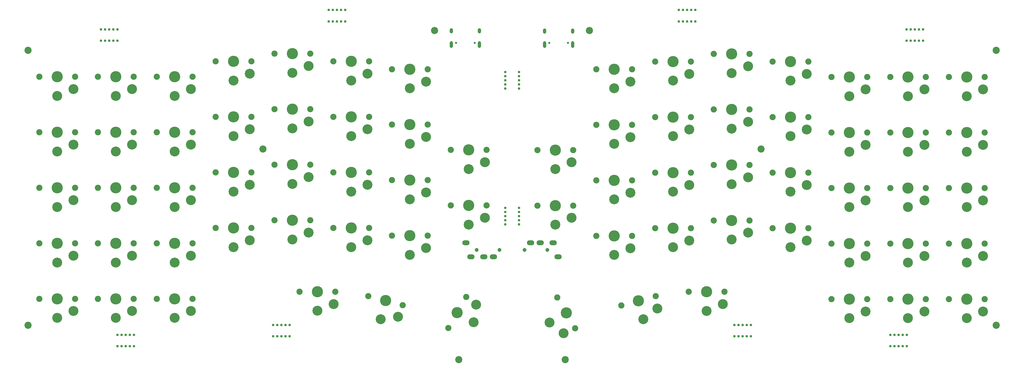
<source format=gbr>
%TF.GenerationSoftware,KiCad,Pcbnew,7.0.8*%
%TF.CreationDate,2025-08-29T19:51:40-04:00*%
%TF.ProjectId,Sango,53616e67-6f2e-46b6-9963-61645f706362,rev?*%
%TF.SameCoordinates,Original*%
%TF.FileFunction,Soldermask,Bot*%
%TF.FilePolarity,Negative*%
%FSLAX46Y46*%
G04 Gerber Fmt 4.6, Leading zero omitted, Abs format (unit mm)*
G04 Created by KiCad (PCBNEW 7.0.8) date 2025-08-29 19:51:40*
%MOMM*%
%LPD*%
G01*
G04 APERTURE LIST*
%ADD10C,1.200000*%
%ADD11O,2.300000X1.500000*%
%ADD12C,2.200000*%
%ADD13C,0.787400*%
%ADD14C,0.650000*%
%ADD15O,1.000000X2.100000*%
%ADD16O,1.000000X1.600000*%
%ADD17C,1.900000*%
%ADD18C,3.450000*%
%ADD19C,3.050000*%
G04 APERTURE END LIST*
D10*
%TO.C,J4*%
X224477500Y-262100000D03*
X217477500Y-262100000D03*
D11*
X219677500Y-264250000D03*
X215677500Y-264250000D03*
X214177500Y-259950000D03*
X222677500Y-264250000D03*
%TD*%
D12*
%TO.C,REF\u002A\u002A*%
X212000000Y-295900000D03*
%TD*%
%TO.C,REF\u002A\u002A*%
X204500000Y-194600000D03*
%TD*%
%TO.C,REF\u002A\u002A*%
X377375000Y-285300000D03*
%TD*%
D13*
%TO.C,REF\u002A\u002A*%
X171960000Y-191746000D03*
X173230000Y-191746000D03*
X174500000Y-191746000D03*
X175770000Y-191746000D03*
X177040000Y-191746000D03*
%TD*%
D12*
%TO.C,REF\u002A\u002A*%
X305050000Y-231080000D03*
%TD*%
%TO.C,REF\u002A\u002A*%
X377375000Y-200700000D03*
%TD*%
D13*
%TO.C,REF\u002A\u002A*%
X230489850Y-254280000D03*
X230489850Y-253010000D03*
X230489850Y-251740000D03*
X230489850Y-250470000D03*
X230489850Y-249200000D03*
%TD*%
%TO.C,REF\u002A\u002A*%
X111940000Y-288265150D03*
X110670000Y-288265150D03*
X109400000Y-288265150D03*
X108130000Y-288265150D03*
X106860000Y-288265150D03*
%TD*%
%TO.C,REF\u002A\u002A*%
X154850000Y-288734850D03*
X156120000Y-288734850D03*
X157390000Y-288734850D03*
X158660000Y-288734850D03*
X159930000Y-288734850D03*
%TD*%
D14*
%TO.C,J3*%
X216895000Y-198344000D03*
X211115000Y-198344000D03*
D15*
X218325000Y-198874000D03*
D16*
X218325000Y-194694000D03*
D15*
X209685000Y-198874000D03*
D16*
X209685000Y-194694000D03*
%TD*%
D13*
%TO.C,REF\u002A\u002A*%
X230484850Y-212470000D03*
X230484850Y-211200000D03*
X230484850Y-209930000D03*
X230484850Y-208660000D03*
X230484850Y-207390000D03*
%TD*%
D12*
%TO.C,REF\u002A\u002A*%
X79355000Y-200700000D03*
%TD*%
D13*
%TO.C,REF\u002A\u002A*%
X354915000Y-194270000D03*
X353645000Y-194270000D03*
X352375000Y-194270000D03*
X351105000Y-194270000D03*
X349835000Y-194270000D03*
%TD*%
%TO.C,REF\u002A\u002A*%
X349915000Y-288265150D03*
X348645000Y-288265150D03*
X347375000Y-288265150D03*
X346105000Y-288265150D03*
X344835000Y-288265150D03*
%TD*%
%TO.C,REF\u002A\u002A*%
X106870000Y-194275150D03*
X105600000Y-194275150D03*
X104330000Y-194275150D03*
X103060000Y-194275150D03*
X101790000Y-194275150D03*
%TD*%
%TO.C,REF\u002A\u002A*%
X159940000Y-285265150D03*
X158670000Y-285265150D03*
X157400000Y-285265150D03*
X156130000Y-285265150D03*
X154860000Y-285265150D03*
%TD*%
%TO.C,REF\u002A\u002A*%
X226249000Y-249200000D03*
X226249000Y-250470000D03*
X226249000Y-251740000D03*
X226249000Y-253010000D03*
X226249000Y-254280000D03*
%TD*%
%TO.C,REF\u002A\u002A*%
X226244000Y-207390000D03*
X226244000Y-208660000D03*
X226244000Y-209930000D03*
X226244000Y-211200000D03*
X226244000Y-212470000D03*
%TD*%
D12*
%TO.C,REF\u002A\u002A*%
X79355000Y-285300000D03*
%TD*%
D13*
%TO.C,REF\u002A\u002A*%
X349835000Y-197746000D03*
X351105000Y-197746000D03*
X352375000Y-197746000D03*
X353645000Y-197746000D03*
X354915000Y-197746000D03*
%TD*%
%TO.C,REF\u002A\u002A*%
X101790000Y-197746000D03*
X103060000Y-197746000D03*
X104330000Y-197746000D03*
X105600000Y-197746000D03*
X106870000Y-197746000D03*
%TD*%
D12*
%TO.C,REF\u002A\u002A*%
X252230000Y-194600000D03*
%TD*%
D13*
%TO.C,REF\u002A\u002A*%
X106860000Y-291734850D03*
X108130000Y-291734850D03*
X109400000Y-291734850D03*
X110670000Y-291734850D03*
X111940000Y-291734850D03*
%TD*%
D10*
%TO.C,J2*%
X232250000Y-262100000D03*
X239250000Y-262100000D03*
D11*
X237050000Y-259950000D03*
X241050000Y-259950000D03*
X242550000Y-264250000D03*
X234050000Y-259950000D03*
%TD*%
D13*
%TO.C,REF\u002A\u002A*%
X279690000Y-191746000D03*
X280960000Y-191746000D03*
X282230000Y-191746000D03*
X283500000Y-191746000D03*
X284770000Y-191746000D03*
%TD*%
D14*
%TO.C,J1*%
X245615000Y-198375000D03*
X239835000Y-198375000D03*
D15*
X247045000Y-198905000D03*
D16*
X247045000Y-194725000D03*
D15*
X238405000Y-198905000D03*
D16*
X238405000Y-194725000D03*
%TD*%
D12*
%TO.C,REF\u002A\u002A*%
X244730000Y-295900000D03*
%TD*%
D13*
%TO.C,REF\u002A\u002A*%
X177040000Y-188255150D03*
X175770000Y-188255150D03*
X174500000Y-188255150D03*
X173230000Y-188255150D03*
X171960000Y-188255150D03*
%TD*%
%TO.C,REF\u002A\u002A*%
X301915000Y-285265150D03*
X300645000Y-285265150D03*
X299375000Y-285265150D03*
X298105000Y-285265150D03*
X296835000Y-285265150D03*
%TD*%
%TO.C,REF\u002A\u002A*%
X344835000Y-291744850D03*
X346105000Y-291744850D03*
X347375000Y-291744850D03*
X348645000Y-291744850D03*
X349915000Y-291744850D03*
%TD*%
%TO.C,REF\u002A\u002A*%
X284770000Y-188255150D03*
X283500000Y-188255150D03*
X282230000Y-188255150D03*
X280960000Y-188255150D03*
X279690000Y-188255150D03*
%TD*%
%TO.C,REF\u002A\u002A*%
X296835000Y-288734850D03*
X298105000Y-288734850D03*
X299375000Y-288734850D03*
X300645000Y-288734850D03*
X301915000Y-288734850D03*
%TD*%
D12*
%TO.C,REF\u002A\u002A*%
X151680000Y-231080000D03*
%TD*%
D17*
%TO.C,K68*%
X100930000Y-277169000D03*
D18*
X106430000Y-277169000D03*
D19*
X106430000Y-283069000D03*
X111430000Y-280969000D03*
D17*
X111930000Y-277169000D03*
%TD*%
%TO.C,K46*%
X119030000Y-225894000D03*
D18*
X124530000Y-225894000D03*
D19*
X124530000Y-231794000D03*
X129530000Y-229694000D03*
D17*
X130030000Y-225894000D03*
%TD*%
%TO.C,K62*%
X137130000Y-255362582D03*
D18*
X142630000Y-255362582D03*
D19*
X142630000Y-261262582D03*
X147630000Y-259162582D03*
D17*
X148130000Y-255362582D03*
%TD*%
%TO.C,K6*%
X344775000Y-208893582D03*
D18*
X350275000Y-208893582D03*
D19*
X350275000Y-214793582D03*
X355275000Y-212693582D03*
D17*
X355775000Y-208893582D03*
%TD*%
%TO.C,K47*%
X137130000Y-221194000D03*
D18*
X142630000Y-221194000D03*
D19*
X142630000Y-227094000D03*
X147630000Y-224994000D03*
D17*
X148130000Y-221194000D03*
%TD*%
%TO.C,K38*%
X100930000Y-208794000D03*
D18*
X106430000Y-208794000D03*
D19*
X106430000Y-214694000D03*
X111430000Y-212594000D03*
D17*
X111930000Y-208794000D03*
%TD*%
%TO.C,K64*%
X173330000Y-255362582D03*
D18*
X178830000Y-255362582D03*
D19*
X178830000Y-261262582D03*
X183830000Y-259162582D03*
D17*
X184330000Y-255362582D03*
%TD*%
%TO.C,K49*%
X173330000Y-221169000D03*
D18*
X178830000Y-221169000D03*
D19*
X178830000Y-227069000D03*
X183830000Y-224969000D03*
D17*
X184330000Y-221169000D03*
%TD*%
%TO.C,K72*%
X208723848Y-286182051D03*
D18*
X211473848Y-281418911D03*
D19*
X216583398Y-284368911D03*
X217264745Y-278988784D03*
D17*
X214223848Y-276655771D03*
%TD*%
%TO.C,K55*%
X155230000Y-235894000D03*
D18*
X160730000Y-235894000D03*
D19*
X160730000Y-241794000D03*
X165730000Y-239694000D03*
D17*
X166230000Y-235894000D03*
%TD*%
%TO.C,K66*%
X209505000Y-248412582D03*
D18*
X215005000Y-248412582D03*
D19*
X215005000Y-254312582D03*
X220005000Y-252212582D03*
D17*
X220505000Y-248412582D03*
%TD*%
%TO.C,K26*%
X290500000Y-253043582D03*
D18*
X296000000Y-253043582D03*
D19*
X296000000Y-258943582D03*
X301000000Y-256843582D03*
D17*
X301500000Y-253043582D03*
%TD*%
%TO.C,K17*%
X272400000Y-238318582D03*
D18*
X277900000Y-238318582D03*
D19*
X277900000Y-244218582D03*
X282900000Y-242118582D03*
D17*
X283400000Y-238318582D03*
%TD*%
%TO.C,K41*%
X155230000Y-201694000D03*
D18*
X160730000Y-201694000D03*
D19*
X160730000Y-207594000D03*
X165730000Y-205494000D03*
D17*
X166230000Y-201694000D03*
%TD*%
%TO.C,K57*%
X191405000Y-240644000D03*
D18*
X196905000Y-240644000D03*
D19*
X196905000Y-246544000D03*
X201905000Y-244444000D03*
D17*
X202405000Y-240644000D03*
%TD*%
%TO.C,K71*%
X184113235Y-276326348D03*
D18*
X189425827Y-277749853D03*
D19*
X187898795Y-283448815D03*
X193271944Y-282714466D03*
D17*
X194738419Y-279173358D03*
%TD*%
%TO.C,K10*%
X290500000Y-218868582D03*
D18*
X296000000Y-218868582D03*
D19*
X296000000Y-224768582D03*
X301000000Y-222668582D03*
D17*
X301500000Y-218868582D03*
%TD*%
%TO.C,K60*%
X100930000Y-260094000D03*
D18*
X106430000Y-260094000D03*
D19*
X106430000Y-265994000D03*
X111430000Y-263894000D03*
D17*
X111930000Y-260094000D03*
%TD*%
%TO.C,K52*%
X100930000Y-242994000D03*
D18*
X106430000Y-242994000D03*
D19*
X106430000Y-248894000D03*
X111430000Y-246794000D03*
D17*
X111930000Y-242994000D03*
%TD*%
%TO.C,K9*%
X272400000Y-221218582D03*
D18*
X277900000Y-221218582D03*
D19*
X277900000Y-227118582D03*
X282900000Y-225018582D03*
D17*
X283400000Y-221218582D03*
%TD*%
%TO.C,K13*%
X344775000Y-225993582D03*
D18*
X350275000Y-225993582D03*
D19*
X350275000Y-231893582D03*
X355275000Y-229793582D03*
D17*
X355775000Y-225993582D03*
%TD*%
%TO.C,K23*%
X236225000Y-248468582D03*
D18*
X241725000Y-248468582D03*
D19*
X241725000Y-254368582D03*
X246725000Y-252268582D03*
D17*
X247225000Y-248468582D03*
%TD*%
%TO.C,K44*%
X82830000Y-225894000D03*
D18*
X88330000Y-225894000D03*
D19*
X88330000Y-231794000D03*
X93330000Y-229694000D03*
D17*
X93830000Y-225894000D03*
%TD*%
%TO.C,K48*%
X155230000Y-218794000D03*
D18*
X160730000Y-218794000D03*
D19*
X160730000Y-224694000D03*
X165730000Y-222594000D03*
D17*
X166230000Y-218794000D03*
%TD*%
%TO.C,K67*%
X82830000Y-277169000D03*
D18*
X88330000Y-277169000D03*
D19*
X88330000Y-283069000D03*
X93330000Y-280969000D03*
D17*
X93830000Y-277169000D03*
%TD*%
%TO.C,K34*%
X326675000Y-277268582D03*
D18*
X332175000Y-277268582D03*
D19*
X332175000Y-283168582D03*
X337175000Y-281068582D03*
D17*
X337675000Y-277268582D03*
%TD*%
%TO.C,K65*%
X191416577Y-257737582D03*
D18*
X196916577Y-257737582D03*
D19*
X196916577Y-263637582D03*
X201916577Y-261537582D03*
D17*
X202416577Y-257737582D03*
%TD*%
%TO.C,K69*%
X119030000Y-277169000D03*
D18*
X124530000Y-277169000D03*
D19*
X124530000Y-283069000D03*
X129530000Y-280969000D03*
D17*
X130030000Y-277169000D03*
%TD*%
%TO.C,K25*%
X272400000Y-255418582D03*
D18*
X277900000Y-255418582D03*
D19*
X277900000Y-261318582D03*
X282900000Y-259218582D03*
D17*
X283400000Y-255418582D03*
%TD*%
%TO.C,K45*%
X100930000Y-225894000D03*
D18*
X106430000Y-225894000D03*
D19*
X106430000Y-231794000D03*
X111430000Y-229694000D03*
D17*
X111930000Y-225894000D03*
%TD*%
%TO.C,K5*%
X326675000Y-208893582D03*
D18*
X332175000Y-208893582D03*
D19*
X332175000Y-214793582D03*
X337175000Y-212693582D03*
D17*
X337675000Y-208893582D03*
%TD*%
%TO.C,K32*%
X261975000Y-279218582D03*
D18*
X267287592Y-277795077D03*
D19*
X268814624Y-283494039D03*
X273100734Y-280171500D03*
D17*
X272600184Y-276371572D03*
%TD*%
%TO.C,K58*%
X209505000Y-231319000D03*
D18*
X215005000Y-231319000D03*
D19*
X215005000Y-237219000D03*
X220005000Y-235119000D03*
D17*
X220505000Y-231319000D03*
%TD*%
%TO.C,K3*%
X290500000Y-201768582D03*
D18*
X296000000Y-201768582D03*
D19*
X296000000Y-207668582D03*
X301000000Y-205568582D03*
D17*
X301500000Y-201768582D03*
%TD*%
%TO.C,K42*%
X173330000Y-204069000D03*
D18*
X178830000Y-204069000D03*
D19*
X178830000Y-209969000D03*
X183830000Y-207869000D03*
D17*
X184330000Y-204069000D03*
%TD*%
%TO.C,K40*%
X137130000Y-204094000D03*
D18*
X142630000Y-204094000D03*
D19*
X142630000Y-209994000D03*
X147630000Y-207894000D03*
D17*
X148130000Y-204094000D03*
%TD*%
%TO.C,K63*%
X155230000Y-252987582D03*
D18*
X160730000Y-252987582D03*
D19*
X160730000Y-258887582D03*
X165730000Y-256787582D03*
D17*
X166230000Y-252987582D03*
%TD*%
%TO.C,K19*%
X308600000Y-238318582D03*
D18*
X314100000Y-238318582D03*
D19*
X314100000Y-244218582D03*
X319100000Y-242118582D03*
D17*
X319600000Y-238318582D03*
%TD*%
%TO.C,K11*%
X308600000Y-221218582D03*
D18*
X314100000Y-221218582D03*
D19*
X314100000Y-227118582D03*
X319100000Y-225018582D03*
D17*
X319600000Y-221218582D03*
%TD*%
%TO.C,K15*%
X236225000Y-231368582D03*
D18*
X241725000Y-231368582D03*
D19*
X241725000Y-237268582D03*
X246725000Y-235168582D03*
D17*
X247225000Y-231368582D03*
%TD*%
%TO.C,K35*%
X344775000Y-277268582D03*
D18*
X350275000Y-277268582D03*
D19*
X350275000Y-283168582D03*
X355275000Y-281068582D03*
D17*
X355775000Y-277268582D03*
%TD*%
%TO.C,K28*%
X326675000Y-260168582D03*
D18*
X332175000Y-260168582D03*
D19*
X332175000Y-266068582D03*
X337175000Y-263968582D03*
D17*
X337675000Y-260168582D03*
%TD*%
%TO.C,K12*%
X326675000Y-225993582D03*
D18*
X332175000Y-225993582D03*
D19*
X332175000Y-231893582D03*
X337175000Y-229793582D03*
D17*
X337675000Y-225993582D03*
%TD*%
%TO.C,K30*%
X362875000Y-260168582D03*
D18*
X368375000Y-260168582D03*
D19*
X368375000Y-266068582D03*
X373375000Y-263968582D03*
D17*
X373875000Y-260168582D03*
%TD*%
%TO.C,K24*%
X254300000Y-257793582D03*
D18*
X259800000Y-257793582D03*
D19*
X259800000Y-263693582D03*
X264800000Y-261593582D03*
D17*
X265300000Y-257793582D03*
%TD*%
%TO.C,K37*%
X82830000Y-208794000D03*
D18*
X88330000Y-208794000D03*
D19*
X88330000Y-214694000D03*
X93330000Y-212594000D03*
D17*
X93830000Y-208794000D03*
%TD*%
%TO.C,K22*%
X362875000Y-243068582D03*
D18*
X368375000Y-243068582D03*
D19*
X368375000Y-248968582D03*
X373375000Y-246868582D03*
D17*
X373875000Y-243068582D03*
%TD*%
%TO.C,K1*%
X254300000Y-206493582D03*
D18*
X259800000Y-206493582D03*
D19*
X259800000Y-212393582D03*
X264800000Y-210293582D03*
D17*
X265300000Y-206493582D03*
%TD*%
%TO.C,K36*%
X362875000Y-277268582D03*
D18*
X368375000Y-277268582D03*
D19*
X368375000Y-283168582D03*
X373375000Y-281068582D03*
D17*
X373875000Y-277268582D03*
%TD*%
%TO.C,K8*%
X254300000Y-223593582D03*
D18*
X259800000Y-223593582D03*
D19*
X259800000Y-229493582D03*
X264800000Y-227393582D03*
D17*
X265300000Y-223593582D03*
%TD*%
%TO.C,K27*%
X308600000Y-255418582D03*
D18*
X314100000Y-255418582D03*
D19*
X314100000Y-261318582D03*
X319100000Y-259218582D03*
D17*
X319600000Y-255418582D03*
%TD*%
%TO.C,K61*%
X119030000Y-260094000D03*
D18*
X124530000Y-260094000D03*
D19*
X124530000Y-265994000D03*
X129530000Y-263894000D03*
D17*
X130030000Y-260094000D03*
%TD*%
%TO.C,K54*%
X137130000Y-238269000D03*
D18*
X142630000Y-238269000D03*
D19*
X142630000Y-244169000D03*
X147630000Y-242069000D03*
D17*
X148130000Y-238269000D03*
%TD*%
%TO.C,K39*%
X119030000Y-208794000D03*
D18*
X124530000Y-208794000D03*
D19*
X124530000Y-214694000D03*
X129530000Y-212594000D03*
D17*
X130030000Y-208794000D03*
%TD*%
%TO.C,K33*%
X282787592Y-275045077D03*
D18*
X288287592Y-275045077D03*
D19*
X288287592Y-280945077D03*
X293287592Y-278845077D03*
D17*
X293787592Y-275045077D03*
%TD*%
%TO.C,K50*%
X191430000Y-223569000D03*
D18*
X196930000Y-223569000D03*
D19*
X196930000Y-229469000D03*
X201930000Y-227369000D03*
D17*
X202430000Y-223569000D03*
%TD*%
%TO.C,K70*%
X162916577Y-274987582D03*
D18*
X168416577Y-274987582D03*
D19*
X168416577Y-280887582D03*
X173416577Y-278787582D03*
D17*
X173916577Y-274987582D03*
%TD*%
%TO.C,K31*%
X242287592Y-276781937D03*
D18*
X245037592Y-281545077D03*
D19*
X239928042Y-284495077D03*
X244246695Y-287775204D03*
D17*
X247787592Y-286308217D03*
%TD*%
%TO.C,K53*%
X119030000Y-242994000D03*
D18*
X124530000Y-242994000D03*
D19*
X124530000Y-248894000D03*
X129530000Y-246794000D03*
D17*
X130030000Y-242994000D03*
%TD*%
%TO.C,K14*%
X362875000Y-225993582D03*
D18*
X368375000Y-225993582D03*
D19*
X368375000Y-231893582D03*
X373375000Y-229793582D03*
D17*
X373875000Y-225993582D03*
%TD*%
%TO.C,K2*%
X272400000Y-204118582D03*
D18*
X277900000Y-204118582D03*
D19*
X277900000Y-210018582D03*
X282900000Y-207918582D03*
D17*
X283400000Y-204118582D03*
%TD*%
%TO.C,K56*%
X173330000Y-238269000D03*
D18*
X178830000Y-238269000D03*
D19*
X178830000Y-244169000D03*
X183830000Y-242069000D03*
D17*
X184330000Y-238269000D03*
%TD*%
%TO.C,K18*%
X290500000Y-235968582D03*
D18*
X296000000Y-235968582D03*
D19*
X296000000Y-241868582D03*
X301000000Y-239768582D03*
D17*
X301500000Y-235968582D03*
%TD*%
%TO.C,K16*%
X254300000Y-240693582D03*
D18*
X259800000Y-240693582D03*
D19*
X259800000Y-246593582D03*
X264800000Y-244493582D03*
D17*
X265300000Y-240693582D03*
%TD*%
%TO.C,K43*%
X191430000Y-206494000D03*
D18*
X196930000Y-206494000D03*
D19*
X196930000Y-212394000D03*
X201930000Y-210294000D03*
D17*
X202430000Y-206494000D03*
%TD*%
%TO.C,K4*%
X308575000Y-204118582D03*
D18*
X314075000Y-204118582D03*
D19*
X314075000Y-210018582D03*
X319075000Y-207918582D03*
D17*
X319575000Y-204118582D03*
%TD*%
%TO.C,K21*%
X344775000Y-243068582D03*
D18*
X350275000Y-243068582D03*
D19*
X350275000Y-248968582D03*
X355275000Y-246868582D03*
D17*
X355775000Y-243068582D03*
%TD*%
%TO.C,K59*%
X82830000Y-260094000D03*
D18*
X88330000Y-260094000D03*
D19*
X88330000Y-265994000D03*
X93330000Y-263894000D03*
D17*
X93830000Y-260094000D03*
%TD*%
%TO.C,K20*%
X326675000Y-243068582D03*
D18*
X332175000Y-243068582D03*
D19*
X332175000Y-248968582D03*
X337175000Y-246868582D03*
D17*
X337675000Y-243068582D03*
%TD*%
%TO.C,K51*%
X82830000Y-242994000D03*
D18*
X88330000Y-242994000D03*
D19*
X88330000Y-248894000D03*
X93330000Y-246794000D03*
D17*
X93830000Y-242994000D03*
%TD*%
%TO.C,K7*%
X362875000Y-208893582D03*
D18*
X368375000Y-208893582D03*
D19*
X368375000Y-214793582D03*
X373375000Y-212693582D03*
D17*
X373875000Y-208893582D03*
%TD*%
%TO.C,K29*%
X344775000Y-260168582D03*
D18*
X350275000Y-260168582D03*
D19*
X350275000Y-266068582D03*
X355275000Y-263968582D03*
D17*
X355775000Y-260168582D03*
%TD*%
M02*

</source>
